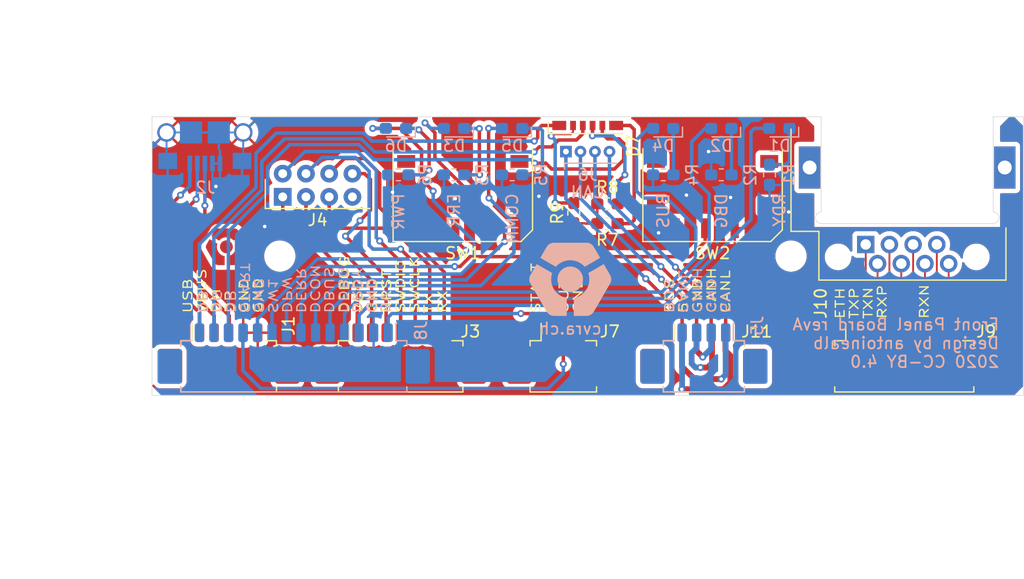
<source format=kicad_pcb>
(kicad_pcb (version 20221018) (generator pcbnew)
  (layers (0 "F.Cu" signal) (31 "B.Cu" signal) (34 "B.Paste" user) (35 "F.Paste" user) (36 "B.SilkS" user "B.Silkscreen") (37 "F.SilkS" user "F.Silkscreen") (38 "B.Mask" user) (39 "F.Mask" user) (44 "Edge.Cuts" user))
  (net 0 "")
  (net 1 "Net-(D1-Pad1)")
  (net 2 "/LED_READY")
  (net 3 "/LED_DEBUG")
  (net 4 "Net-(D2-Pad1)")
  (net 5 "Net-(D3-Pad1)")
  (net 6 "/LED_ERROR")
  (net 7 "/LED_BUS")
  (net 8 "Net-(D4-Pad1)")
  (net 9 "Net-(D5-Pad1)")
  (net 10 "/LED_COMM")
  (net 11 "/LED_POWER")
  (net 12 "Net-(D6-Pad1)")
  (net 13 "GND")
  (net 14 "/DEBUG_VCC")
  (net 15 "/DEBUG_GND")
  (net 16 "/DEBUG_NRST")
  (net 17 "/DEBUG_SWDIO")
  (net 18 "/DEBUG_SWCLK")
  (net 19 "/DEBUG_TX")
  (net 20 "/DEBUG_RX")
  (net 21 "Net-(J4-Pad7)")
  (net 22 "+5V")
  (net 23 "/BUTTON_START")
  (net 24 "/BUTTON_TEAM1")
  (net 25 "/BUTTON_TEAM2")
  (net 26 "/LED_TEAM_R")
  (net 27 "/LED_TEAM_G")
  (net 28 "Net-(J10-Pad4)")
  (net 29 "Net-(J10-Pad5)")
  (net 30 "Net-(J10-Pad7)")
  (net 31 "VBUS")
  (net 32 "/USB_D-")
  (net 33 "/USB_D+")
  (net 34 "/TX+")
  (net 35 "/TX-")
  (net 36 "/RX+")
  (net 37 "/RX-")
  (net 38 "/LED_TEAM_B")
  (net 39 "Net-(J10-Pad8)")
  (net 40 "Net-(SW1-Pad3)")
  (net 41 "Net-(SW2-Pad3)")
  (net 42 "Net-(D7-Pad2)")
  (net 43 "Net-(D7-Pad4)")
  (net 44 "Net-(D7-Pad6)")
  (net 45 "Net-(J11-Pad4)")
  (net 46 "Net-(J11-Pad3)")
  (net 47 "Net-(J11-Pad2)")
  (net 48 "Net-(J11-Pad1)")
  (footprint "MountingHole:MountingHole_2.2mm_M2_ISO14580" (layer "F.Cu") (at 180 102)
    (fp_text reference "H1" hide)
    (fp_text value "M2")
  )
  (footprint "MountingHole:MountingHole_2.2mm_M2_ISO14580" (layer "F.Cu") (at 136 102)
    (fp_text reference "H2" hide)
    (fp_text value "M2")
  )
  (footprint "Resistor_SMD:R_0603_1608Metric_Pad1.05x0.95mm_HandSolder" (layer "F.Cu") (at 164.2 99.2)
    (fp_text reference "R7")
    (fp_text value "130R")
  )
  (footprint "Resistor_SMD:R_0603_1608Metric_Pad1.05x0.95mm_HandSolder" (layer "F.Cu") (at 164.2 97.5)
    (fp_text reference "R8")
    (fp_text value "30R")
  )
  (footprint "Resistor_SMD:R_0603_1608Metric_Pad1.05x0.95mm_HandSolder" (layer "F.Cu") (at 161.3 98.3 90)
    (fp_text reference "R9")
    (fp_text value "30R")
  )
  (footprint "Connector_Molex:Molex_PicoBlade_53261-0771_1x07-1MP_P1.25mm_Horizontal" (layer "F.Cu") (at 146.4 111)
    (fp_text reference "J3")
    (fp_text value "0532610771")
  )
  (footprint "Connector_Molex:Molex_PicoBlade_53261-0371_1x03-1MP_P1.25mm_Horizontal" (layer "F.Cu") (at 160.4 111)
    (fp_text reference "J7")
    (fp_text value "Conn_01x03")
  )
  (footprint "_switches:CFPA-1FB4-A2T" (layer "F.Cu") (at 151.75 95.75 -90)
    (fp_text reference "SW1")
    (fp_text value "CFPA-1FB4-A2T")
  )
  (footprint "_switches:CFPA-1FB4-A2T" (layer "F.Cu") (at 173.25 95.75 -90)
    (fp_text reference "SW2")
    (fp_text value "CFPA-1FB4-A2T")
  )
  (footprint "_connectors:615108150221R_Ethernet_MiddleMount" (layer "F.Cu") (at 190 102.07 180)
    (fp_text reference "J10")
    (fp_text value "615108150221R")
  )
  (footprint "Connector_Molex:Molex_PicoBlade_53261-0471_1x04-1MP_P1.25mm_Horizontal" (layer "F.Cu") (at 172.5 111)
    (fp_text reference "J11")
    (fp_text value "0532610471")
  )
  (footprint "_connectors:0878330821_02x03_pin_header" (layer "F.Cu") (at 139.25 95.9)
    (fp_text reference "J4")
    (fp_text value "0878330821")
  )
  (footprint "Connector_Molex:Molex_PicoBlade_53261-0871_1x08-1MP_P1.25mm_Horizontal" (layer "F.Cu") (at 189.75 111)
    (fp_text reference "J9")
    (fp_text value "0532617008")
  )
  (footprint "Connector_Molex:Molex_PicoBlade_53261-0571_1x05-1MP_P1.25mm_Horizontal" (layer "F.Cu") (at 131.6 111)
    (fp_text reference "J1")
    (fp_text value "Conn_01x05")
  )
  (footprint "_led_rgb:CRGB1318FSE-TM" (layer "F.Cu") (at 162.5 90.75)
    (fp_text reference "D7")
    (fp_text value "CRGB1318FSE")
  )
  (footprint "cvralogo:CVRA-logo-small-copper" (layer "F.Cu") (at 177 105)
    (fp_text reference "G***" hide)
    (fp_text value "LOGO" hide)
  )
  (footprint "cvralogo:CVRA-logo-small-copper" (layer "F.Cu") (at 131.4 101.2)
    (fp_text reference "G***" hide)
    (fp_text value "LOGO" hide)
  )
  (footprint "Resistor_SMD:R_0603_1608Metric_Pad1.05x0.95mm_HandSolder" (layer "B.Cu") (at 178.15 95 90)
    (fp_text reference "R1")
    (fp_text value "56R")
  )
  (footprint "Resistor_SMD:R_0603_1608Metric_Pad1.05x0.95mm_HandSolder" (layer "B.Cu") (at 169 95)
    (fp_text reference "R4")
    (fp_text value "300R")
  )
  (footprint "Connector_Molex:Molex_PicoBlade_53261-0471_1x04-1MP_P1.25mm_Horizontal" (layer "B.Cu") (at 172.5 111 180)
    (fp_text reference "J5")
    (fp_text value "0532610471")
  )
  (footprint "_connectors:Molex-PicoBlade-4-Edge" (layer "B.Cu") (at 162.5 93 180)
    (fp_text reference "J6")
    (fp_text value "0530480410")
  )
  (footprint "_connectors:_Micro-USB-AB-receptacle-SMT-th-no-slot" (layer "B.Cu") (at 129.55 91.35)
    (fp_text reference "J2" hide)
    (fp_text value "10118193-0001LF" hide)
  )
  (footprint "Connector_Molex:Molex_PicoBlade_53261-1471_1x14-1MP_P1.25mm_Horizontal" (layer "B.Cu") (at 137.2 111 180)
    (fp_text reference "J8")
    (fp_text value "0532611471")
  )
  (footprint "Resistor_SMD:R_0603_1608Metric_Pad1.05x0.95mm_HandSolder" (layer "B.Cu") (at 146.2 95)
    (fp_text reference "R6")
    (fp_text value "300R")
  )
  (footprint "_LED_SMD:LED_0603_RightAngle" (layer "B.Cu") (at 179 91 180)
    (fp_text reference "D1")
    (fp_text value "LED_GREEN")
  )
  (footprint "_LED_SMD:LED_0603_RightAngle" (layer "B.Cu") (at 174 91 180)
    (fp_text reference "D2")
    (fp_text value "LED_BLUE")
  )
  (footprint "_LED_SMD:LED_0603_RightAngle" (layer "B.Cu") (at 151 91 180)
    (fp_text reference "D3")
    (fp_text value "LED_RED")
  )
  (footprint "_LED_SMD:LED_0603_RightAngle" (layer "B.Cu") (at 169 91 180)
    (fp_text reference "D4")
    (fp_text value "LED_ORANGE")
  )
  (footprint "_LED_SMD:LED_0603_RightAngle" (layer "B.Cu") (at 156 91 180)
    (fp_text reference "D5")
    (fp_text value "LED_ORANGE")
  )
  (footprint "_LED_SMD:LED_0603_RightAngle" (layer "B.Cu") (at 146 91 180)
    (fp_text reference "D6")
    (fp_text value "LED_ORANGE")
  )
  (footprint "Resistor_SMD:R_0603_1608Metric_Pad1.05x0.95mm_HandSolder" (layer "B.Cu") (at 174 95)
    (fp_text reference "R2")
    (fp_text value "56R")
  )
  (footprint "Resistor_SMD:R_0603_1608Metric_Pad1.05x0.95mm_HandSolder" (layer "B.Cu") (at 151 95)
    (fp_text reference "R3")
    (fp_text value "300R")
  )
  (footprint "Resistor_SMD:R_0603_1608Metric_Pad1.05x0.95mm_HandSolder" (layer "B.Cu") (at 156 95)
    (fp_text reference "R5")
    (fp_text value "300R")
  )
  (footprint "cvralogo:CVRA-logo-big" (layer "B.Cu") (at 161 104 180)
    (fp_text reference "G***" hide)
    (fp_text value "LOGO" hide)
  )
  (gr_line (start 125 114) (end 125 90) (stroke (width 0.05)) (layer "Edge.Cuts"))
  (gr_arc (start 197.4 98.2) (mid 197.9 98.7) (end 197.4 99.2) (stroke (width 0.05)) (layer "Edge.Cuts"))
  (gr_line (start 197.4 90) (end 200 90) (stroke (width 0.05)) (layer "Edge.Cuts"))
  (gr_line (start 200 114) (end 125 114) (stroke (width 0.05)) (layer "Edge.Cuts"))
  (gr_line (start 182.6 90) (end 182.6 98.2) (stroke (width 0.05)) (layer "Edge.Cuts"))
  (gr_arc (start 182.6 99.2) (mid 182.1 98.7) (end 182.6 98.2) (stroke (width 0.05)) (layer "Edge.Cuts"))
  (gr_line (start 197.4 98.2) (end 197.4 93.6) (stroke (width 0.05)) (layer "Edge.Cuts"))
  (gr_line (start 182.6 99.2) (end 197.4 99.2) (stroke (width 0.05)) (layer "Edge.Cuts"))
  (gr_line (start 197.4 93.6) (end 197.4 90) (stroke (width 0.05)) (layer "Edge.Cuts"))
  (gr_line (start 125 90) (end 182.6 90) (stroke (width 0.05)) (layer "Edge.Cuts"))
  (gr_line (start 200 90) (end 200 114) (stroke (width 0.05)) (layer "Edge.Cuts"))
  (gr_text "5V\nGND\nCANH\nCANL\nBUS" (at 171.9 107 270) (layer "B.SilkS") (effects (font (size 0.75 1) (thickness 0.12)) (justify left mirror)))
  (gr_text "ERR\n" (at 151 96.5 90) (layer "B.SilkS") (effects (font (size 1 1)) (justify left mirror)))
  (gr_text "COMM\n" (at 156 96.5 90) (layer "B.SilkS") (effects (font (size 1 1)) (justify left mirror)))
  (gr_text "BUS" (at 169 96.5 90) (layer "B.SilkS") (effects (font (size 1 1)) (justify left mirror)))
  (gr_text "DBG" (at 174 96.5 90) (layer "B.SilkS") (effects (font (size 1 1)) (justify left mirror)))
  (gr_text "RDY" (at 179 96.5 90) (layer "B.SilkS") (effects (font (size 1 1)) (justify left mirror)))
  (gr_text "5V\nGND\nDRDY\nDDBG\nDBUS\nDCOM\nDERR\nDPW\nSW1\nSW2\nSTART\nDR\nDG\nDB" (at 137.2 107 270) (layer "B.SilkS") (effects (font (size 0.75 1) (thickness 0.12)) (justify left mirror)))
  (gr_text "CAN" (at 162.5 96.5) (layer "B.SilkS") (effects (font (size 1 1)) (justify mirror)))
  (gr_text "Front Panel Board revA\nDesign by antoinealb\n2020 CC-BY 4.0" (at 198 109.5) (layer "B.SilkS") (effects (font (size 1 1)) (justify left mirror)))
  (gr_text "cvra.ch" (at 161 108.25) (layer "B.SilkS") (effects (font (size 1 1)) (justify mirror)))
  (gr_text "PWR" (at 146.2 96.5 90) (layer "B.SilkS") (effects (font (size 1 1)) (justify left mirror)))
  (gr_text "DEBUG\nVCC\nGND\nNRST\nSWDIO\nSWCLK\nTX\nRX" (at 145.8 107 90) (layer "F.SilkS") (effects (font (size 0.75 1) (thickness 0.12)) (justify left)))
  (gr_text "START\n5V\nOUT\nGND" (at 159.85 107 90) (layer "F.SilkS") (effects (font (size 0.75 1) (thickness 0.12)) (justify left)))
  (gr_text "BUS\n5V\nGND\nCANH\nCANL" (at 171.95 107 90) (layer "F.SilkS") (effects (font (size 0.75 1) (thickness 0.12)) (justify left)))
  (gr_text "ETH\nTXP\nTXN\nRXP\n\n\nRXN\n\n" (at 188.45 107.5 90) (layer "F.SilkS") (effects (font (size 0.75 1) (thickness 0.12)) (justify left)))
  (gr_text "USB\nVBUS\nDM\nDP\nGND\nGND" (at 131.1 107 90) (layer "F.SilkS") (effects (font (size 0.75 1) (thickness 0.12)) (justify left)))
  (segment (start 179.875 93.825) (end 179.875 91) (width 0.3) (layer "B.Cu") (net 1))
  (segment (start 178.15 94.125) (end 179.575 94.125) (width 0.3) (layer "B.Cu") (net 1))
  (segment (start 179.575 94.125) (end 179.875 93.825) (width 0.3) (layer "B.Cu") (net 1))
  (segment (start 178.125 94.1) (end 178.15 94.125) (width 0.16) (layer "B.Cu") (net 1))
  (segment (start 178.125 91) (end 176.85 91) (width 0.3) (layer "B.Cu") (net 2))
  (segment (start 176.85 91) (end 176.55 91.3) (width 0.3) (layer "B.Cu") (net 2))
  (segment (start 169.15 106.25) (end 143.65 106.25) (width 0.3) (layer "B.Cu") (net 2))
  (segment (start 176.55 91.3) (end 176.55 98.85) (width 0.3) (layer "B.Cu") (net 2))
  (segment (start 142.825 107.075) (end 142.825 108.6) (width 0.3) (layer "B.Cu") (net 2))
  (segment (start 176.55 98.85) (end 169.15 106.25) (width 0.3) (layer "B.Cu") (net 2))
  (segment (start 143.65 106.25) (end 142.825 107.075) (width 0.3) (layer "B.Cu") (net 2))
  (segment (start 178.15 91.025) (end 178.125 91) (width 0.16) (layer "B.Cu") (net 2))
  (segment (start 141.575 106.925) (end 142.85 105.65) (width 0.3) (layer "B.Cu") (net 3))
  (segment (start 171.45 95.15) (end 171.45 92.15) (width 0.3) (layer "B.Cu") (net 3))
  (segment (start 171.45 92.15) (end 172.6 91) (width 0.3) (layer "B.Cu") (net 3))
  (segment (start 141.575 108.6) (end 141.575 106.925) (width 0.3) (layer "B.Cu") (net 3))
  (segment (start 172.95 96.65) (end 171.45 95.15) (width 0.3) (layer "B.Cu") (net 3))
  (segment (start 169.042878 105.65) (end 172.95 101.742878) (width 0.3) (layer "B.Cu") (net 3))
  (segment (start 142.85 105.65) (end 169.042878 105.65) (width 0.3) (layer "B.Cu") (net 3))
  (segment (start 172.6 91) (end 173.125 91) (width 0.3) (layer "B.Cu") (net 3))
  (segment (start 173.125 91) (end 173.125 91.475) (width 0.16) (layer "B.Cu") (net 3))
  (segment (start 172.95 101.742878) (end 172.95 96.65) (width 0.3) (layer "B.Cu") (net 3))
  (segment (start 174.875 94) (end 174.875 91) (width 0.3) (layer "B.Cu") (net 4))
  (segment (start 174.875 95) (end 174.875 94) (width 0.3) (layer "B.Cu") (net 4))
  (segment (start 153.173617 91.018522) (end 153.173617 94.973617) (width 0.3) (layer "F.Cu") (net 5))
  (segment (start 153.173617 94.973617) (end 153.2 95) (width 0.3) (layer "F.Cu") (net 5))
  (via (at 153.173617 91.018522) (size 0.6) (drill 0.3) (layers "F.Cu" "B.Cu") (net 5))
  (via (at 153.2 95) (size 0.6) (drill 0.3) (layers "F.Cu" "B.Cu") (net 5))
  (segment (start 151.875 91) (end 153.155095 91) (width 0.3) (layer "B.Cu") (net 5))
  (segment (start 153.155095 91) (end 153.173617 91.018522) (width 0.3) (layer "B.Cu") (net 5))
  (segment (start 153.2 95) (end 151.875 95) (width 0.3) (layer "B.Cu") (net 5))
  (segment (start 148.799999 90.825027) (end 148.5 90.525028) (width 0.3) (layer "F.Cu") (net 6))
  (segment (start 149.350021 91.375049) (end 148.799999 90.825027) (width 0.3) (layer "F.Cu") (net 6))
  (segment (start 155.35 100.75) (end 155.35 99.541998) (width 0.3) (layer "F.Cu") (net 6))
  (segment (start 155.35 99.541998) (end 149.350021 93.542019) (width 0.3) (layer "F.Cu") (net 6))
  (segment (start 149.350021 93.542019) (end 149.350021 91.375049) (width 0.3) (layer "F.Cu") (net 6))
  (via (at 155.35 100.75) (size 0.6) (drill 0.3) (layers "F.Cu" "B.Cu") (net 6))
  (via (at 148.5 90.525028) (size 0.6) (drill 0.3) (layers "F.Cu" "B.Cu") (net 6))
  (segment (start 150.125 91) (end 149 91) (width 0.3) (layer "B.Cu") (net 6))
  (segment (start 137.825 105.989244) (end 139.764233 104.050011) (width 0.3) (layer "B.Cu") (net 6))
  (segment (start 137.825 108.6) (end 137.825 105.989244) (width 0.3) (layer "B.Cu") (net 6))
  (segment (start 137.825 108.6) (end 137.8 108.6) (width 0.3) (layer "B.Cu") (net 6))
  (segment (start 139.764233 104.050011) (end 152.049989 104.050011) (width 0.3) (layer "B.Cu") (net 6))
  (segment (start 155.050001 101.049999) (end 155.35 100.75) (width 0.3) (layer "B.Cu") (net 6))
  (segment (start 148.525028 90.525028) (end 148.5 90.525028) (width 0.3) (layer "B.Cu") (net 6))
  (segment (start 152.049989 104.050011) (end 155.050001 101.049999) (width 0.3) (layer "B.Cu") (net 6))
  (segment (start 149 91) (end 148.525028 90.525028) (width 0.3) (layer "B.Cu") (net 6))
  (segment (start 141.950011 105.099989) (end 140.325 106.725) (width 0.3) (layer "B.Cu") (net 7))
  (segment (start 167.69499 91) (end 166.7 91.99499) (width 0.3) (layer "B.Cu") (net 7))
  (segment (start 171.8 101.45) (end 171.75 102.235756) (width 0.3) (layer "B.Cu") (net 7))
  (segment (start 171.75 102.235756) (end 168.885767 105.099989) (width 0.3) (layer "B.Cu") (net 7))
  (segment (start 166.7 91.99499) (end 166.7 96.4) (width 0.3) (layer "B.Cu") (net 7))
  (segment (start 166.7 96.4) (end 167.3 97) (width 0.3) (layer "B.Cu") (net 7))
  (segment (start 168.885767 105.099989) (end 141.950011 105.099989) (width 0.3) (layer "B.Cu") (net 7))
  (segment (start 140.325 106.725) (end 140.325 108.6) (width 0.3) (layer "B.Cu") (net 7))
  (segment (start 167.3 97) (end 169.3 97) (width 0.3) (layer "B.Cu") (net 7))
  (segment (start 171.8 99.5) (end 171.8 101.45) (width 0.3) (layer "B.Cu") (net 7))
  (segment (start 169.3 97) (end 171.8 99.5) (width 0.3) (layer "B.Cu") (net 7))
  (segment (start 168.125 91) (end 168.125 91.475) (width 0.16) (layer "B.Cu") (net 7))
  (segment (start 169.875 91) (end 169.875 94) (width 0.3) (layer "B.Cu") (net 8))
  (segment (start 169.875 95) (end 169.875 94) (width 0.3) (layer "B.Cu") (net 8))
  (segment (start 156.875 95) (end 158.15 95) (width 0.3) (layer "B.Cu") (net 9))
  (segment (start 158.4 91) (end 156.875 91) (width 0.3) (layer "B.Cu") (net 9))
  (segment (start 158.6 94.55) (end 158.6 91.2) (width 0.3) (layer "B.Cu") (net 9))
  (segment (start 158.15 95) (end 158.6 94.55) (width 0.3) (layer "B.Cu") (net 9))
  (segment (start 158.6 91.2) (end 158.4 91) (width 0.3) (layer "B.Cu") (net 9))
  (segment (start 153.973226 90.993124) (end 153.973226 96.973226) (width 0.3) (layer "F.Cu") (net 10))
  (segment (start 153.973226 96.973226) (end 154 97) (width 0.3) (layer "F.Cu") (net 10))
  (via (at 153.973226 90.993124) (size 0.6) (drill 0.3) (layers "F.Cu" "B.Cu") (net 10))
  (via (at 154 97) (size 0.6) (drill 0.3) (layers "F.Cu" "B.Cu") (net 10))
  (segment (start 154.299999 97.299999) (end 154 97) (width 0.3) (layer "B.Cu") (net 10))
  (segment (start 153.980102 91) (end 153.973226 90.993124) (width 0.3) (layer "B.Cu") (net 10))
  (segment (start 155.125 91) (end 153.980102 91) (width 0.3) (layer "B.Cu") (net 10))
  (segment (start 153.29998 104.55002) (end 156.15 101.7) (width 0.3) (layer "B.Cu") (net 10))
  (segment (start 139.075 108.6) (end 139.075 106.325) (width 0.3) (layer "B.Cu") (net 10))
  (segment (start 156.15 101.7) (end 156.15 99.15) (width 0.3) (layer "B.Cu") (net 10))
  (segment (start 140.84998 104.55002) (end 153.29998 104.55002) (width 0.3) (layer "B.Cu") (net 10))
  (segment (start 139.075 106.325) (end 140.84998 104.55002) (width 0.3) (layer "B.Cu") (net 10))
  (segment (start 156.15 99.15) (end 154.299999 97.299999) (width 0.3) (layer "B.Cu") (net 10))
  (segment (start 148.900001 96.103472) (end 149.2 96.403471) (width 0.3) (layer "F.Cu") (net 11))
  (segment (start 146.35 91) (end 148.2 92.85) (width 0.3) (layer "F.Cu") (net 11))
  (segment (start 143.966376 91) (end 146.35 91) (width 0.3) (layer "F.Cu") (net 11))
  (segment (start 148.2 95.403471) (end 148.900001 96.103472) (width 0.3) (layer "F.Cu") (net 11))
  (segment (start 148.2 92.85) (end 148.2 95.403471) (width 0.3) (layer "F.Cu") (net 11))
  (via (at 144 91) (size 0.6) (drill 0.3) (layers "F.Cu" "B.Cu") (net 11))
  (via (at 149.2 96.403471) (size 0.6) (drill 0.3) (layers "F.Cu" "B.Cu") (net 11))
  (segment (start 145.125 91) (end 143.966376 91) (width 0.3) (layer "B.Cu") (net 11))
  (segment (start 152.740001 100.764265) (end 149.2 97.224264) (width 0.3) (layer "B.Cu") (net 11))
  (segment (start 152.740001 102.426491) (end 152.740001 100.764265) (width 0.3) (layer "B.Cu") (net 11))
  (segment (start 149.2 97.224264) (end 149.2 96.827735) (width 0.3) (layer "B.Cu") (net 11))
  (segment (start 136.575 108.6) (end 136.575 106.325) (width 0.3) (layer "B.Cu") (net 11))
  (segment (start 136.575 106.325) (end 139.35 103.55) (width 0.3) (layer "B.Cu") (net 11))
  (segment (start 149.2 96.827735) (end 149.2 96.403471) (width 0.3) (layer "B.Cu") (net 11))
  (segment (start 139.35 103.55) (end 151.616492 103.55) (width 0.3) (layer "B.Cu") (net 11))
  (segment (start 151.616492 103.55) (end 152.740001 102.426491) (width 0.3) (layer "B.Cu") (net 11))
  (segment (start 147.963922 91.11886) (end 148.85001 92.004948) (width 0.3) (layer "F.Cu") (net 12))
  (segment (start 148.85001 92.004948) (end 148.85001 94.594449) (width 0.3) (layer "F.Cu") (net 12))
  (via (at 147.963922 91.11886) (size 0.6) (drill 0.3) (layers "F.Cu" "B.Cu") (net 12))
  (via (at 148.85001 94.594449) (size 0.6) (drill 0.3) (layers "F.Cu" "B.Cu") (net 12))
  (segment (start 148.444459 95) (end 148.85001 94.594449) (width 0.3) (layer "B.Cu") (net 12))
  (segment (start 147.845062 91) (end 147.963922 91.11886) (width 0.3) (layer "B.Cu") (net 12))
  (segment (start 147.075 95) (end 148.444459 95) (width 0.3) (layer "B.Cu") (net 12))
  (segment (start 146.875 91) (end 147.845062 91) (width 0.3) (layer "B.Cu") (net 12))
  (via (at 179.8 98.2) (size 0.6) (drill 0.3) (layers "F.Cu" "B.Cu") (net 13))
  (via (at 134.7 99.45) (size 0.6) (drill 0.3) (layers "F.Cu" "B.Cu") (net 13))
  (via (at 145.7 96.5) (size 0.6) (drill 0.3) (layers "F.Cu" "B.Cu") (net 13))
  (via (at 172.9 93) (size 0.6) (drill 0.3) (layers "F.Cu" "B.Cu") (net 13))
  (via (at 174.8 96.95) (size 0.6) (drill 0.3) (layers "F.Cu" "B.Cu") (net 13))
  (via (at 168.6 100) (size 0.6) (drill 0.3) (layers "F.Cu" "B.Cu") (net 13))
  (via (at 151.1 97.05) (size 0.6) (drill 0.3) (layers "F.Cu" "B.Cu") (net 13))
  (via (at 130.5 96) (size 0.6) (drill 0.3) (layers "F.Cu" "B.Cu") (net 13))
  (via (at 158.3 96.85) (size 0.6) (drill 0.3) (layers "F.Cu" "B.Cu") (net 13))
  (via (at 171 96.75) (size 0.6) (drill 0.3) (layers "F.Cu" "B.Cu") (net 13))
  (segment (start 130.85 95.95) (end 130.85 94.025) (width 0.16) (layer "B.Cu") (net 13))
  (segment (start 130.2 94.025) (end 130.2 96) (width 0.16) (layer "B.Cu") (net 13))
  (segment (start 130.8 96) (end 130.85 95.95) (width 0.16) (layer "B.Cu") (net 13))
  (segment (start 128.35 91.35) (end 126.25 91.35) (width 0.16) (layer "B.Cu") (net 13))
  (segment (start 130.2 96) (end 130.5 96) (width 0.16) (layer "B.Cu") (net 13))
  (segment (start 132.85 93.7) (end 132.75 93.8) (width 0.16) (layer "B.Cu") (net 13))
  (segment (start 129.46 91.35) (end 130.75 91.35) (width 0.16) (layer "B.Cu") (net 13))
  (segment (start 130.75 91.35) (end 132.85 91.35) (width 0.16) (layer "B.Cu") (net 13))
  (segment (start 126.25 93.7) (end 126.35 93.8) (width 0.16) (layer "B.Cu") (net 13))
  (segment (start 126.25 91.35) (end 126.25 93.7) (width 0.16) (layer "B.Cu") (net 13))
  (segment (start 128.35 91.35) (end 129.46 91.35) (width 0.16) (layer "B.Cu") (net 13))
  (segment (start 132.85 91.35) (end 132.85 93.7) (width 0.16) (layer "B.Cu") (net 13))
  (segment (start 130.5 96) (end 130.8 96) (width 0.16) (layer "B.Cu") (net 13))
  (segment (start 142.7 104.6) (end 142.65 108.6) (width 0.3) (layer "F.Cu") (net 14))
  (segment (start 142.7 104.5) (end 142.7 104.6) (width 0.3) (layer "F.Cu") (net 14))
  (segment (start 136.25 96.9) (end 136.25 98.05) (width 0.3) (layer "F.Cu") (net 14))
  (segment (start 136.25 98.05) (end 142.7 104.5) (width 0.3) (layer "F.Cu") (net 14))
  (segment (start 143.9 104.1) (end 138.25 98.45) (width 0.3) (layer "F.Cu") (net 15))
  (segment (start 143.9 108.6) (end 143.9 104.1) (width 0.3) (layer "F.Cu") (net 15))
  (segment (start 138.25 98.45) (end 138.25 96.9) (width 0.3) (layer "F.Cu") (net 15))
  (segment (start 143.3 94.9) (end 143.8 95.4) (width 0.3) (layer "F.Cu") (net 16))
  (segment (start 145.15 108.6) (end 145.15 103.782246) (width 0.3) (layer "F.Cu") (net 16))
  (segment (start 142.25 94.9) (end 143.3 94.9) (width 0.3) (layer "F.Cu") (net 16))
  (segment (start 143.8 95.4) (end 143.8 98.04999) (width 0.3) (layer "F.Cu") (net 16))
  (segment (start 145.15 103.782246) (end 141.95176 100.584006) (width 0.3) (layer "F.Cu") (net 16))
  (segment (start 143.8 98.04999) (end 143.199999 98.649991) (width 0.3) (layer "F.Cu") (net 16))
  (segment (start 142.25 94.9) (end 142.25 94.85) (width 0.3) (layer "F.Cu") (net 16))
  (segment (start 141.95176 100.584006) (end 141.651761 100.284007) (width 0.3) (layer "F.Cu") (net 16))
  (segment (start 143.199999 98.649991) (end 142.9 98.94999) (width 0.3) (layer "F.Cu") (net 16))
  (via (at 141.651761 100.284007) (size 0.6) (drill 0.3) (layers "F.Cu" "B.Cu") (net 16))
  (via (at 142.9 98.94999) (size 0.6) (drill 0.3) (layers "F.Cu" "B.Cu") (net 16))
  (segment (start 141.651761 100.284007) (end 142.9 99.035768) (width 0.3) (layer "B.Cu") (net 16))
  (segment (start 142.9 99.035768) (end 142.9 98.94999) (width 0.3) (layer "B.Cu") (net 16))
  (segment (start 146.4 108.6) (end 146.4 102.5) (width 0.3) (layer "F.Cu") (net 17))
  (segment (start 146.4 102.5) (end 144.6 100.7) (width 0.3) (layer "F.Cu") (net 17))
  (via (at 144.6 100.7) (size 0.6) (drill 0.3) (layers "F.Cu" "B.Cu") (net 17))
  (segment (start 144.300001 100.400001) (end 144.6 100.7) (width 0.3) (layer "B.Cu") (net 17))
  (segment (start 138.15001 92.99999) (end 142.702874 92.99999) (width 0.3) (layer "B.Cu") (net 17))
  (segment (start 144.300008 94.898714) (end 144.3 95.5) (width 0.3) (layer "B.Cu") (net 17))
  (segment (start 136.25 94.9) (end 138.15001 92.99999) (width 0.3) (layer "B.Cu") (net 17))
  (segment (start 144.3 95.5) (end 144.300001 100.400001) (width 0.3) (layer "B.Cu") (net 17))
  (segment (start 142.702874 92.99999) (end 144.3 94.597116) (width 0.3) (layer "B.Cu") (net 17))
  (segment (start 144.3 94.597116) (end 144.3 95.5) (width 0.3) (layer "B.Cu") (net 17))
  (segment (start 147.65 102.65) (end 146.4 101.4) (width 0.3) (layer "F.Cu") (net 18))
  (segment (start 147.65 108.6) (end 147.65 102.65) (width 0.3) (layer "F.Cu") (net 18))
  (via (at 146.4 101.4) (size 0.6) (drill 0.3) (layers "F.Cu" "B.Cu") (net 18))
  (segment (start 143.690008 94.694246) (end 143.690008 101.071992) (width 0.3) (layer "B.Cu") (net 18))
  (segment (start 144.018016 101.4) (end 145.975736 101.4) (width 0.3) (layer "B.Cu") (net 18))
  (segment (start 138.25 94.9) (end 138.707838 94.9) (width 0.3) (layer "B.Cu") (net 18))
  (segment (start 139.65 93.5) (end 142.495762 93.5) (width 0.3) (layer "B.Cu") (net 18))
  (segment (start 143.690008 101.071992) (end 144.018016 101.4) (width 0.3) (layer "B.Cu") (net 18))
  (segment (start 142.495762 93.5) (end 143.690008 94.694246) (width 0.3) (layer "B.Cu") (net 18))
  (segment (start 138.25 94.9) (end 139.65 93.5) (width 0.3) (layer "B.Cu") (net 18))
  (segment (start 145.975736 101.4) (end 146.4 101.4) (width 0.3) (layer "B.Cu") (net 18))
  (segment (start 148.9 107.8) (end 148.9 108.6) (width 0.3) (layer "F.Cu") (net 19))
  (segment (start 140.25 98.65) (end 141.2 99.6) (width 0.3) (layer "F.Cu") (net 19))
  (segment (start 140.25 96.9) (end 140.25 98.65) (width 0.3) (layer "F.Cu") (net 19))
  (segment (start 148.9 102.837998) (end 148.9 107.8) (width 0.3) (layer "F.Cu") (net 19))
  (segment (start 145.662002 99.6) (end 148.9 102.837998) (width 0.3) (layer "F.Cu") (net 19))
  (segment (start 141.2 99.6) (end 145.662002 99.6) (width 0.3) (layer "F.Cu") (net 19))
  (segment (start 150.15 103.380876) (end 150.15 107.8) (width 0.3) (layer "F.Cu") (net 20))
  (segment (start 140.25 94.9) (end 141.55 93.6) (width 0.3) (layer "F.Cu") (net 20))
  (segment (start 144.599999 94.899999) (end 144.599999 97.830875) (width 0.3) (layer "F.Cu") (net 20))
  (segment (start 144.599999 97.830875) (end 150.15 103.380876) (width 0.3) (layer "F.Cu") (net 20))
  (segment (start 150.15 107.8) (end 150.15 108.6) (width 0.3) (layer "F.Cu") (net 20))
  (segment (start 143.3 93.6) (end 144.599999 94.899999) (width 0.3) (layer "F.Cu") (net 20))
  (segment (start 141.55 93.6) (end 143.3 93.6) (width 0.3) (layer "F.Cu") (net 20))
  (segment (start 158.75 106.95) (end 159.15 107.35) (width 0.3) (layer "F.Cu") (net 22))
  (segment (start 159.15 107.35) (end 159.15 108.6) (width 0.3) (layer "F.Cu") (net 22))
  (segment (start 156.85 106.95) (end 158.75 106.95) (width 0.3) (layer "F.Cu") (net 22))
  (via (at 156.75 106.95) (size 0.6) (drill 0.3) (layers "F.Cu" "B.Cu") (net 22))
  (segment (start 156.15 106.95) (end 156.75 106.95) (width 0.3) (layer "B.Cu") (net 22))
  (segment (start 156.15 106.95) (end 145.65 106.95) (width 0.3) (layer "B.Cu") (net 22))
  (segment (start 145.325 107.275) (end 145.65 106.95) (width 0.3) (layer "B.Cu") (net 22))
  (segment (start 156.8 106.95) (end 156.75 106.95) (width 0.3) (layer "B.Cu") (net 22))
  (segment (start 145.325 108.6) (end 145.325 107.275) (width 0.3) (layer "B.Cu") (net 22))
  (segment (start 160.4 111.3) (end 160.4 110.875736) (width 0.3) (layer "F.Cu") (net 23))
  (segment (start 160.4 110.875736) (end 160.4 108.6) (width 0.3) (layer "F.Cu") (net 23))
  (via (at 160.4 111.3) (size 0.6) (drill 0.3) (layers "F.Cu" "B.Cu") (net 23))
  (segment (start 134.35 113.4) (end 159.1 113.4) (width 0.3) (layer "B.Cu") (net 23))
  (segment (start 132.825 108.6) (end 132.825 111.875) (width 0.3) (layer "B.Cu") (net 23))
  (segment (start 159.1 113.4) (end 160.4 112.1) (width 0.3) (layer "B.Cu") (net 23))
  (segment (start 160.4 112.1) (end 160.4 111.3) (width 0.3) (layer "B.Cu") (net 23))
  (segment (start 132.825 111.875) (end 134.35 113.4) (width 0.3) (layer "B.Cu") (net 23))
  (segment (start 151.474264 102.9) (end 151.05 102.9) (width 0.3) (layer "F.Cu") (net 24))
  (segment (start 172.61 100.75) (end 171.31 102.05) (width 0.3) (layer "F.Cu") (net 24))
  (segment (start 152.374264 102.05) (end 151.524264 102.9) (width 0.3) (layer "F.Cu") (net 24))
  (segment (start 172.61 99.6) (end 172.61 100.75) (width 0.3) (layer "F.Cu") (net 24))
  (segment (start 151.524264 102.9) (end 151.474264 102.9) (width 0.3) (layer "F.Cu") (net 24))
  (segment (start 171.31 102.05) (end 152.374264 102.05) (width 0.3) (layer "F.Cu") (net 24))
  (via (at 151.05 102.9) (size 0.6) (drill 0.3) (layers "F.Cu" "B.Cu") (net 24))
  (segment (start 135.325 106.867878) (end 139.292878 102.9) (width 0.3) (layer "B.Cu") (net 24))
  (segment (start 135.325 108.6) (end 135.325 106.867878) (width 0.3) (layer "B.Cu") (net 24))
  (segment (start 139.292878 102.9) (end 150.625736 102.9) (width 0.3) (layer "B.Cu") (net 24))
  (segment (start 150.625736 102.9) (end 151.05 102.9) (width 0.3) (layer "B.Cu") (net 24))
  (segment (start 151.11 100.59) (end 151.1 100.6) (width 0.3) (layer "F.Cu") (net 25))
  (segment (start 151.1 100.6) (end 152 101.499998) (width 0.3) (layer "F.Cu") (net 25))
  (segment (start 151.11 99.6) (end 151.11 100.59) (width 0.3) (layer "F.Cu") (net 25))
  (segment (start 151.11 100.609998) (end 151.1 100.6) (width 0.3) (layer "F.Cu") (net 25))
  (via (at 152 101.499998) (size 0.6) (drill 0.3) (layers "F.Cu" "B.Cu") (net 25))
  (segment (start 151.249998 102.25) (end 151.700001 101.799997) (width 0.3) (layer "B.Cu") (net 25))
  (segment (start 151.700001 101.799997) (end 152 101.499998) (width 0.3) (layer "B.Cu") (net 25))
  (segment (start 139.235756 102.25) (end 151.249998 102.25) (width 0.3) (layer "B.Cu") (net 25))
  (segment (start 134.075 107.410756) (end 139.235756 102.25) (width 0.3) (layer "B.Cu") (net 25))
  (segment (start 134.075 108.6) (end 134.075 107.410756) (width 0.3) (layer "B.Cu") (net 25))
  (segment (start 159.4 94.5) (end 158.9 94) (width 0.3) (layer "F.Cu") (net 26))
  (segment (start 165.2 91.9) (end 165.6 92.3) (width 0.3) (layer "F.Cu") (net 26))
  (segment (start 165.6 92.3) (end 165.6 93.7) (width 0.3) (layer "F.Cu") (net 26))
  (segment (start 165.6 93.7) (end 164.8 94.5) (width 0.3) (layer "F.Cu") (net 26))
  (segment (start 164.21 91.9) (end 165.2 91.9) (width 0.3) (layer "F.Cu") (net 26))
  (segment (start 158.9 94) (end 157.94999 94) (width 0.3) (layer "F.Cu") (net 26))
  (segment (start 163.76 91.45) (end 164.21 91.9) (width 0.3) (layer "F.Cu") (net 26))
  (segment (start 164.8 94.5) (end 159.4 94.5) (width 0.3) (layer "F.Cu") (net 26))
  (segment (start 163.76 90.75) (end 163.76 91.45) (width 0.3) (layer "F.Cu") (net 26))
  (via (at 157.94999 94) (size 0.6) (drill 0.3) (layers "F.Cu" "B.Cu") (net 26))
  (segment (start 134.950022 94.299978) (end 136.85001 92.39999) (width 0.3) (layer "B.Cu") (net 26))
  (segment (start 131.575 108.6) (end 131.575 99.889244) (width 0.3) (layer "B.Cu") (net 26))
  (segment (start 142.809996 92.39999) (end 144.110007 93.700001) (width 0.3) (layer "B.Cu") (net 26))
  (segment (start 157.649991 93.700001) (end 157.94999 94) (width 0.3) (layer "B.Cu") (net 26))
  (segment (start 144.110007 93.700001) (end 157.649991 93.700001) (width 0.3) (layer "B.Cu") (net 26))
  (segment (start 131.575 99.889244) (end 134.950021 96.514223) (width 0.3) (layer "B.Cu") (net 26))
  (segment (start 136.85001 92.39999) (end 142.809996 92.39999) (width 0.3) (layer "B.Cu") (net 26))
  (segment (start 134.950021 96.514223) (end 134.950022 94.299978) (width 0.3) (layer "B.Cu") (net 26))
  (segment (start 161.53 92) (end 159.994998 92) (width 0.3) (layer "F.Cu") (net 27))
  (segment (start 159.4 92.594998) (end 158.330616 92.594998) (width 0.3) (layer "F.Cu") (net 27))
  (segment (start 162.08 91.45) (end 161.53 92) (width 0.3) (layer "F.Cu") (net 27))
  (segment (start 158.330616 92.594998) (end 157.9 93.025614) (width 0.3) (layer "F.Cu") (net 27))
  (segment (start 162.08 90.75) (end 162.08 91.45) (width 0.3) (layer "F.Cu") (net 27))
  (segment (start 159.994998 92) (end 159.4 92.594998) (width 0.3) (layer "F.Cu") (net 27))
  (via (at 157.9 93.025614) (size 0.6) (drill 0.3) (layers "F.Cu" "B.Cu") (net 27))
  (segment (start 130.325 100.432122) (end 134.450011 96.307111) (width 0.3) (layer "B.Cu") (net 27))
  (segment (start 134.450011 93.849989) (end 136.40002 91.89998) (width 0.3) (layer "B.Cu") (net 27))
  (segment (start 130.325 108.6) (end 130.325 100.432122) (width 0.3) (layer "B.Cu") (net 27))
  (segment (start 134.450011 96.307111) (end 134.450011 93.849989) (width 0.3) (layer "B.Cu") (net 27))
  (segment (start 143.017108 91.89998) (end 144.142742 93.025614) (width 0.3) (layer "B.Cu") (net 27))
  (segment (start 136.40002 91.89998) (end 143.017108 91.89998) (width 0.3) (layer "B.Cu") (net 27))
  (segment (start 144.142742 93.025614) (end 157.475736 93.025614) (width 0.3) (layer "B.Cu") (net 27))
  (segment (start 157.475736 93.025614) (end 157.9 93.025614) (width 0.3) (layer "B.Cu") (net 27))
  (segment (start 189.125 108.6) (end 189.125 106.075) (width 0.16) (layer "F.Cu") (net 28))
  (segment (start 189.125 106.075) (end 189.49 105.71) (width 0.16) (layer "F.Cu") (net 28))
  (segment (start 189.49 105.71) (end 189.49 102.65) (width 0.16) (layer "F.Cu") (net 28))
  (segment (start 190.51 108.465) (end 190.375 108.6) (width 0.16) (layer "F.Cu") (net 29))
  (segment (start 190.51 101) (end 190.51 108.465) (width 0.16) (layer "F.Cu") (net 29))
  (segment (start 192.875 107.275) (end 192.875 108.6) (width 0.16) (layer "F.Cu") (net 30))
  (segment (start 192.55 101) (end 192.55 106.65) (width 0.16) (layer "F.Cu") (net 30))
  (segment (start 192.55 106.65) (end 192.55 106.95) (width 0.16) (layer "F.Cu") (net 30))
  (segment (start 192.55 106.95) (end 192.875 107.275) (width 0.16) (layer "F.Cu") (net 30))
  (segment (start 126.1 103.9) (end 126.1 98.1) (width 0.3) (layer "F.Cu") (net 31))
  (segment (start 129.1 108.6) (end 129.1 106.9) (width 0.3) (layer "F.Cu") (net 31))
  (segment (start 129.1 106.9) (end 126.1 103.9) (width 0.3) (layer "F.Cu") (net 31))
  (segment (start 126.1 98.1) (end 127.45 96.75) (width 0.3) (layer "F.Cu") (net 31))
  (via (at 127.45 96.75) (size 0.6) (drill 0.3) (layers "F.Cu" "B.Cu") (net 31))
  (segment (start 127.45 96.75) (end 128.25 95.95) (width 0.3) (layer "B.Cu") (net 31))
  (segment (start 128.25 95.95) (end 128.25 94.025) (width 0.3) (layer "B.Cu") (net 31))
  (segment (start 130.35 107.15) (end 126.7 103.5) (width 0.3) (layer "F.Cu") (net 32))
  (segment (start 128.500001 97.399999) (end 128.8 97.1) (width 0.3) (layer "F.Cu") (net 32))
  (segment (start 126.7 103.5) (end 126.7 99.2) (width 0.3) (layer "F.Cu") (net 32))
  (segment (start 126.7 99.2) (end 128.500001 97.399999) (width 0.3) (layer "F.Cu") (net 32))
  (segment (start 130.35 108.6) (end 130.35 107.15) (width 0.3) (layer "F.Cu") (net 32))
  (via (at 128.8 97.1) (size 0.6) (drill 0.3) (layers "F.Cu" "B.Cu") (net 32))
  (segment (start 128.9 94.025) (end 128.9 97) (width 0.3) (layer "B.Cu") (net 32))
  (segment (start 128.9 97) (end 128.8 97.1) (width 0.3) (layer "B.Cu") (net 32))
  (segment (start 127.425 102.925) (end 127.425 100.575) (width 0.3) (layer "F.Cu") (net 33))
  (segment (start 131.65 107.15) (end 127.425 102.925) (width 0.3) (layer "F.Cu") (net 33))
  (segment (start 128.775 99.225) (end 129.55 98.45) (width 0.3) (layer "F.Cu") (net 33))
  (segment (start 131.6 108.6) (end 131.65 108.55) (width 0.3) (layer "F.Cu") (net 33))
  (segment (start 129.55 98.45) (end 129.55 97.65) (width 0.3) (layer "F.Cu") (net 33))
  (segment (start 127.425 100.575) (end 128.775 99.225) (width 0.3) (layer "F.Cu") (net 33))
  (segment (start 131.65 108.55) (end 131.65 107.15) (width 0.3) (layer "F.Cu") (net 33))
  (via (at 129.55 97.65) (size 0.6) (drill 0.3) (layers "F.Cu" "B.Cu") (net 33))
  (segment (start 129.55 94.025) (end 129.55 97.65) (width 0.3) (layer "B.Cu") (net 33))
  (segment (start 185.45 107.45) (end 186.43 106.47) (width 0.16) (layer "F.Cu") (net 34))
  (segment (start 185.375 108.6) (end 185.45 108.525) (width 0.16) (layer "F.Cu") (net 34))
  (segment (start 185.45 108.525) (end 185.45 107.45) (width 0.16) (layer "F.Cu") (net 34))
  (segment (start 186.43 106.47) (end 186.43 101) (width 0.16) (layer "F.Cu") (net 34))
  (segment (start 186.625 107.375) (end 187.45 106.55) (width 0.16) (layer "F.Cu") (net 35))
  (segment (start 187.45 106.55) (end 187.45 102.65) (width 0.16) (layer "F.Cu") (net 35))
  (segment (start 186.625 108.6) (end 186.625 107.375) (width 0.16) (layer "F.Cu") (net 35))
  (segment (start 188.47 101) (end 188.47 106.73) (width 0.16) (layer "F.Cu") (net 36))
  (segment (start 187.875 107.325) (end 187.875 108.6) (width 0.16) (layer "F.Cu") (net 36))
  (segment (start 188.47 106.73) (end 187.875 107.325) (width 0.16) (layer "F.Cu") (net 36))
  (segment (start 191.53 102.65) (end 191.53 108.505) (width 0.16) (layer "F.Cu") (net 37))
  (segment (start 191.53 108.505) (end 191.625 108.6) (width 0.16) (layer "F.Cu") (net 37))
  (segment (start 158.200861 91.099139) (end 158.55 90.75) (width 0.3) (layer "F.Cu") (net 38))
  (segment (start 158.55 90.75) (end 160.05 90.75) (width 0.3) (layer "F.Cu") (net 38))
  (segment (start 157.900862 92.097647) (end 158.200861 91.797648) (width 0.3) (layer "F.Cu") (net 38))
  (segment (start 158.200861 91.797648) (end 158.200861 91.099139) (width 0.3) (layer "F.Cu") (net 38))
  (via (at 157.900862 92.097647) (size 0.6) (drill 0.3) (layers "F.Cu" "B.Cu") (net 38))
  (segment (start 133.95 96.1) (end 133.95 93.15) (width 0.3) (layer "B.Cu") (net 38))
  (segment (start 129.075 108.6) (end 129.075 100.975) (width 0.3) (layer "B.Cu") (net 38))
  (segment (start 157.476598 92.097647) (end 157.900862 92.097647) (width 0.3) (layer "B.Cu") (net 38))
  (segment (start 129.075 100.975) (end 133.95 96.1) (width 0.3) (layer "B.Cu") (net 38))
  (segment (start 143.921897 92.097647) (end 157.476598 92.097647) (width 0.3) (layer "B.Cu") (net 38))
  (segment (start 143.22422 91.39997) (end 143.921897 92.097647) (width 0.3) (layer "B.Cu") (net 38))
  (segment (start 133.95 93.15) (end 135.70003 91.39997) (width 0.3) (layer "B.Cu") (net 38))
  (segment (start 135.70003 91.39997) (end 143.22422 91.39997) (width 0.3) (layer "B.Cu") (net 38))
  (segment (start 194.125 106.725) (end 194.125 108.6) (width 0.16) (layer "F.Cu") (net 39))
  (segment (start 193.57 102.65) (end 193.57 106.17) (width 0.16) (layer "F.Cu") (net 39))
  (segment (start 193.57 106.17) (end 194.125 106.725) (width 0.16) (layer "F.Cu") (net 39))
  (segment (start 161.040071 91.509929) (end 159.506169 91.509929) (width 0.16) (layer "F.Cu") (net 42))
  (segment (start 161.24 91.31) (end 161.040071 91.509929) (width 0.16) (layer "F.Cu") (net 42))
  (segment (start 159.506169 91.509929) (end 159.357313 91.658785) (width 0.16) (layer "F.Cu") (net 42))
  (segment (start 161.3 97.425) (end 159.725001 97.425) (width 0.3) (layer "F.Cu") (net 42))
  (segment (start 161.24 90.75) (end 161.24 91.31) (width 0.16) (layer "F.Cu") (net 42))
  (segment (start 159.725001 97.425) (end 159.7 97.399999) (width 0.16) (layer "F.Cu") (net 42))
  (via (at 159.7 97.399999) (size 0.6) (drill 0.3) (layers "F.Cu" "B.Cu") (net 42))
  (via (at 159.357313 91.658785) (size 0.6) (drill 0.3) (layers "F.Cu" "B.Cu") (net 42))
  (segment (start 159.357313 91.658785) (end 159.7 92.001472) (width 0.3) (layer "B.Cu") (net 42))
  (segment (start 159.7 92.001472) (end 159.7 97.399999) (width 0.3) (layer "B.Cu") (net 42))
  (segment (start 162.92 90.75) (end 162.92 91.619981) (width 0.3) (layer "F.Cu") (net 43))
  (segment (start 165.075 95.625) (end 165.7 95) (width 0.3) (layer "F.Cu") (net 43))
  (segment (start 162.92 91.619981) (end 162.9 91.639981) (width 0.3) (layer "F.Cu") (net 43))
  (segment (start 165.075 97.5) (end 165.075 95.625) (width 0.3) (layer "F.Cu") (net 43))
  (via (at 162.9 91.639981) (size 0.6) (drill 0.3) (layers "F.Cu" "B.Cu") (net 43))
  (via (at 165.7 95) (size 0.6) (drill 0.3) (layers "F.Cu" "B.Cu") (net 43))
  (segment (start 164.639981 91.639981) (end 165.7 92.7) (width 0.3) (layer "B.Cu") (net 43))
  (segment (start 162.9 91.639981) (end 164.639981 91.639981) (width 0.3) (layer "B.Cu") (net 43))
  (segment (start 165.7 92.7) (end 165.7 94.575736) (width 0.3) (layer "B.Cu") (net 43))
  (segment (start 165.7 94.575736) (end 165.7 95) (width 0.3) (layer "B.Cu") (net 43))
  (segment (start 166.5 91.1) (end 166.5 98.9) (width 0.3) (layer "F.Cu") (net 44))
  (segment (start 166.15 90.75) (end 166.5 91.1) (width 0.3) (layer "F.Cu") (net 44))
  (segment (start 166.2 99.2) (end 165.075 99.2) (width 0.3) (layer "F.Cu") (net 44))
  (segment (start 164.95 90.75) (end 166.15 90.75) (width 0.3) (layer "F.Cu") (net 44))
  (segment (start 166.5 98.9) (end 166.2 99.2) (width 0.3) (layer "F.Cu") (net 44))
  (segment (start 170.349999 103.249997) (end 170.05 102.949998) (width 0.3) (layer "F.Cu") (net 45))
  (segment (start 171.024264 113.474986) (end 170.6 113.474986) (width 0.5) (layer "F.Cu") (net 45))
  (segment (start 174.775 112.875802) (end 174.175816 113.474986) (width 0.5) (layer "F.Cu") (net 45))
  (segment (start 174.375 108.6) (end 174.375 107.274998) (width 0.3) (layer "F.Cu") (net 45))
  (segment (start 174.175816 113.474986) (end 171.024264 113.474986) (width 0.5) (layer "F.Cu") (net 45))
  (segment (start 174.375 108.6) (end 174.35 108.625) (width 0.5) (layer "F.Cu") (net 45))
  (segment (start 174.35 108.625) (end 174.35 110.15) (width 0.5) (layer "F.Cu") (net 45))
  (segment (start 174.375 107.274998) (end 170.349999 103.249997) (width 0.3) (layer "F.Cu") (net 45))
  (segment (start 174.35 110.15) (end 174.775 110.575) (width 0.5) (layer "F.Cu") (net 45))
  (segment (start 174.775 110.575) (end 174.775 112.875802) (width 0.5) (layer "F.Cu") (net 45))
  (via (at 170.05 102.949998) (size 0.6) (drill 0.3) (layers "F.Cu" "B.Cu") (net 45))
  (via (at 170.6 113.474986) (size 0.6) (drill 0.3) (layers "F.Cu" "B.Cu") (net 45))
  (segment (start 170.625 108.6) (end 170.625 113.449986) (width 0.5) (layer "B.Cu") (net 45))
  (segment (start 170.625 113.449986) (end 170.6 113.474986) (width 0.5) (layer "B.Cu") (net 45))
  (segment (start 169.750001 102.649999) (end 170.05 102.949998) (width 0.3) (layer "B.Cu") (net 45))
  (segment (start 164.375 97.274998) (end 169.750001 102.649999) (width 0.3) (layer "B.Cu") (net 45))
  (segment (start 164.375 93) (end 164.375 97.274998) (width 0.3) (layer "B.Cu") (net 45))
  (segment (start 172.810004 111.6) (end 172.624264 111.6) (width 0.5) (layer "F.Cu") (net 46))
  (segment (start 172.624264 111.6) (end 172.2 111.6) (width 0.5) (layer "F.Cu") (net 46))
  (segment (start 173.125 107.224998) (end 169.100001 103.199999) (width 0.3) (layer "F.Cu") (net 46))
  (segment (start 173.125 108.6) (end 173.2 108.675) (width 0.5) (layer "F.Cu") (net 46))
  (segment (start 173.2 111.210004) (end 172.810004 111.6) (width 0.5) (layer "F.Cu") (net 46))
  (segment (start 173.125 108.6) (end 173.125 107.224998) (width 0.3) (layer "F.Cu") (net 46))
  (segment (start 173.2 108.675) (end 173.2 111.210004) (width 0.5) (layer "F.Cu") (net 46))
  (segment (start 169.100001 103.199999) (end 168.800002 102.9) (width 0.3) (layer "F.Cu") (net 46))
  (via (at 172.2 111.6) (size 0.6) (drill 0.3) (layers "F.Cu" "B.Cu") (net 46))
  (via (at 168.800002 102.9) (size 0.6) (drill 0.3) (layers "F.Cu" "B.Cu") (net 46))
  (segment (start 171.449999 110.339999) (end 171.449999 111.274263) (width 0.5) (layer "B.Cu") (net 46))
  (segment (start 171.775736 111.6) (end 172.2 111.6) (width 0.5) (layer "B.Cu") (net 46))
  (segment (start 171.875 108.6) (end 171.875 109.914998) (width 0.5) (layer "B.Cu") (net 46))
  (segment (start 171.875 109.914998) (end 171.449999 110.339999) (width 0.5) (layer "B.Cu") (net 46))
  (segment (start 171.449999 111.274263) (end 171.775736 111.6) (width 0.5) (layer "B.Cu") (net 46))
  (segment (start 168.500003 102.600001) (end 168.800002 102.9) (width 0.3) (layer "B.Cu") (net 46))
  (segment (start 163.125 93) (end 163.125 97.224998) (width 0.3) (layer "B.Cu") (net 46))
  (segment (start 163.125 97.224998) (end 168.500003 102.600001) (width 0.3) (layer "B.Cu") (net 46))
  (segment (start 169.149999 104.299999) (end 168.85 104) (width 0.3) (layer "F.Cu") (net 47))
  (segment (start 171.875 110.174996) (end 172.400004 110.7) (width 0.5) (layer "F.Cu") (net 47))
  (segment (start 171.875 107.025) (end 169.149999 104.299999) (width 0.3) (layer "F.Cu") (net 47))
  (segment (start 171.875 108.6) (end 171.875 110.174996) (width 0.5) (layer "F.Cu") (net 47))
  (segment (start 171.875 108.6) (end 171.875 107.025) (width 0.3) (layer "F.Cu") (net 47))
  (via (at 172.400004 110.7) (size 0.6) (drill 0.3) (layers "F.Cu" "B.Cu") (net 47))
  (via (at 168.85 104) (size 0.6) (drill 0.3) (layers "F.Cu" "B.Cu") (net 47))
  (segment (start 172.700003 110.400001) (end 172.400004 110.7) (width 0.5) (layer "B.Cu") (net 47))
  (segment (start 173.125 109.975004) (end 172.700003 110.400001) (width 0.5) (layer "B.Cu") (net 47))
  (segment (start 168.550001 103.700001) (end 168.85 104) (width 0.3) (layer "B.Cu") (net 47))
  (segment (start 161.875 93) (end 161.875 97.025) (width 0.3) (layer "B.Cu") (net 47))
  (segment (start 173.125 108.6) (end 173.125 109.975004) (width 0.5) (layer "B.Cu") (net 47))
  (segment (start 161.875 97.025) (end 168.550001 103.700001) (width 0.3) (layer "B.Cu") (net 47))
  (segment (start 170.625 111.535002) (end 171.685061 112.595063) (width 0.5) (layer "F.Cu") (net 48))
  (segment (start 171.685061 112.595063) (end 173.570799 112.595063) (width 0.5) (layer "F.Cu") (net 48))
  (segment (start 170.625 107.075) (end 170.625 108.6) (width 0.3) (layer "F.Cu") (net 48))
  (segment (start 170.625 108.6) (end 170.625 111.535002) (width 0.5) (layer "F.Cu") (net 48))
  (segment (start 167.5 103.95) (end 170.625 107.075) (width 0.3) (layer "F.Cu") (net 48))
  (segment (start 173.570799 112.595063) (end 173.995063 112.595063) (width 0.5) (layer "F.Cu") (net 48))
  (via (at 167.5 103.95) (size 0.6) (drill 0.3) (layers "F.Cu" "B.Cu") (net 48))
  (via (at 173.995063 112.595063) (size 0.6) (drill 0.3) (layers "F.Cu" "B.Cu") (net 48))
  (segment (start 160.625 93) (end 160.625 97.075) (width 0.3) (layer "B.Cu") (net 48))
  (segment (start 160.625 97.075) (end 167.200001 103.650001) (width 0.3) (layer "B.Cu") (net 48))
  (segment (start 167.200001 103.650001) (end 167.5 103.95) (width 0.3) (layer "B.Cu") (net 48))
  (segment (start 174.375 108.6) (end 174.375 112.215126) (width 0.5) (layer "B.Cu") (net 48))
  (segment (start 174.375 112.215126) (end 173.995063 112.595063) (width 0.5) (layer "B.Cu") (net 48))
  (zone (net 13) (net_name "GND") (layer "F.Cu") (connect_pads (clearance 0.4)) (min_thickness 0.2) (fill yes (thermal_gap 0.508) (thermal_bridge_width 0.21) (smoothing chamfer) (radius 0.8))
    (polygon (pts (xy 182 99.5) (xy 198 99.5) (xy 198 90) (xy 200 90) (xy 200 114) (xy 125 114) (xy 125 90) (xy 182 90)))
  )
  (zone (net 13) (net_name "GND") (layer "B.Cu") (connect_pads (clearance 0.4)) (min_thickness 0.2) (fill yes (thermal_gap 0.508) (thermal_bridge_width 0.21) (smoothing chamfer) (radius 0.8))
    (polygon (pts (xy 182 99.5) (xy 198 99.5) (xy 198 90) (xy 200 90) (xy 200 114) (xy 125 114) (xy 125 90) (xy 182 90)))
  )
)
</source>
